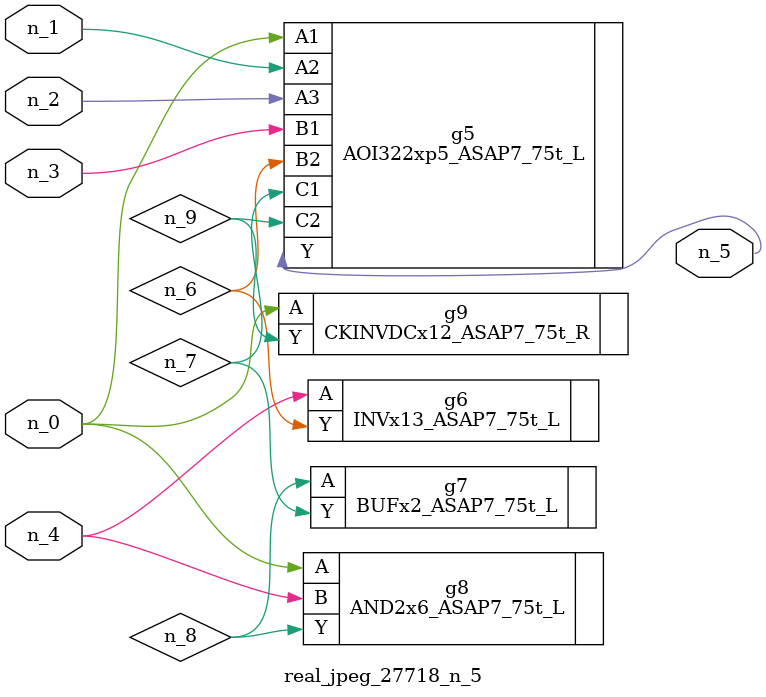
<source format=v>
module real_jpeg_27718_n_5 (n_4, n_0, n_1, n_2, n_3, n_5);

input n_4;
input n_0;
input n_1;
input n_2;
input n_3;

output n_5;

wire n_8;
wire n_6;
wire n_7;
wire n_9;

AOI322xp5_ASAP7_75t_L g5 ( 
.A1(n_0),
.A2(n_1),
.A3(n_2),
.B1(n_3),
.B2(n_6),
.C1(n_7),
.C2(n_9),
.Y(n_5)
);

AND2x6_ASAP7_75t_L g8 ( 
.A(n_0),
.B(n_4),
.Y(n_8)
);

CKINVDCx12_ASAP7_75t_R g9 ( 
.A(n_0),
.Y(n_9)
);

INVx13_ASAP7_75t_L g6 ( 
.A(n_4),
.Y(n_6)
);

BUFx2_ASAP7_75t_L g7 ( 
.A(n_8),
.Y(n_7)
);


endmodule
</source>
